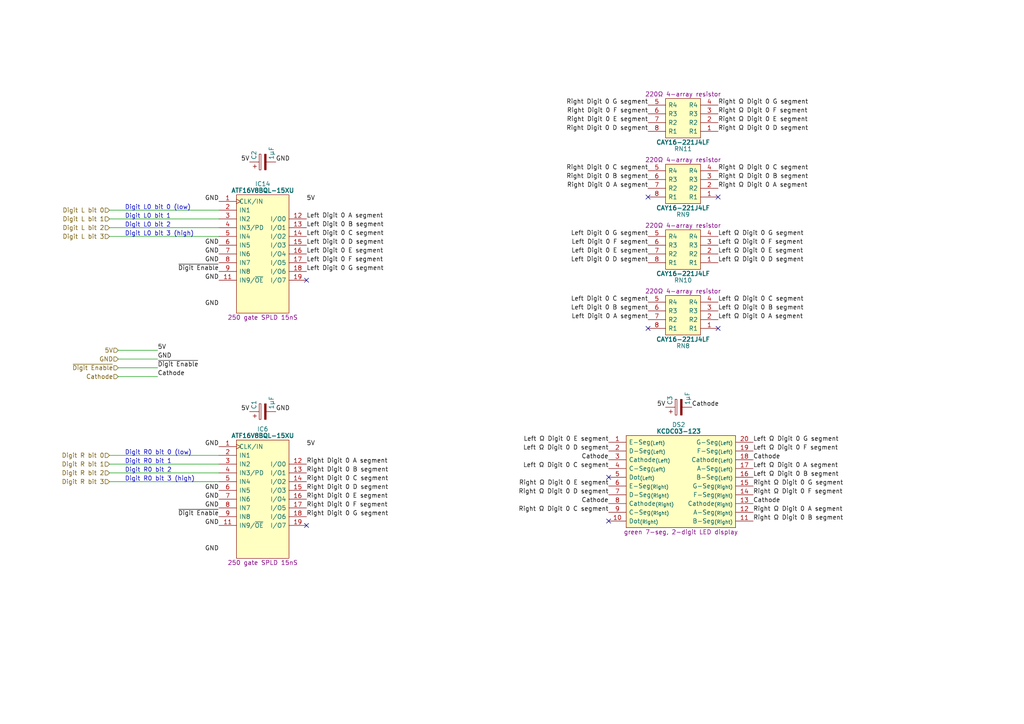
<source format=kicad_sch>
(kicad_sch (version 20250114) (generator "eeschema") (generator_version "9.0")
  (paper "A4")
  (lib_symbols
    (symbol "Bourns:CAY16-221J4LF" (pin_names (offset 0.762))
      (property "Reference" "RN" (at 10.16 5.08 0))
      (property "Value" "CAY16-221J4LF" (at 10.16 3.175 0))
      (property "Description" "220Ω 4-array resistor" (at 10.16 -10.795 0))
      (symbol "CAY16-221J4LF_0_0"
        (pin passive line (at 0 0 0) (length 5.08) (name "R1") (number "1"))
        (pin passive line (at 0 -2.54 0) (length 5.08) (name "R2") (number "2"))
        (pin passive line (at 0 -5.08 0) (length 5.08) (name "R3") (number "3"))
        (pin passive line (at 0 -7.62 0) (length 5.08) (name "R4") (number "4"))
        (pin passive line (at 20.32 0 180) (length 5.08) (name "R1") (number "8"))
        (pin passive line (at 20.32 -2.54 180) (length 5.08) (name "R2") (number "7"))
        (pin passive line (at 20.32 -5.08 180) (length 5.08) (name "R3") (number "6"))
        (pin passive line (at 20.32 -7.62 180) (length 5.08) (name "R4") (number "5"))
      )
      (symbol "CAY16-221J4LF_0_1"
        (polyline (pts (xy 5.08 1.905) (xy 15.24 1.905) (xy 15.24 -9.525) (xy 5.08 -9.525) (xy 5.08 1.905)) (stroke (width 0.1524)) (fill (type background)))
      )
    )
    (symbol "HCP65:C_Radial_D4.0mm_P2.00mm" (pin_numbers (hide yes)) (pin_names (offset 0.254))
      (property "Reference" "C" (at 0.635 2.54 0))
      (property "Value" "?μF" (at 0.635 -2.54 0))
      (symbol "C_Radial_D4.0mm_P2.00mm_0_1"
        (rectangle (start -2.286 0.508) (end 2.286 1.016))
        (polyline (pts (xy -1.778 2.286) (xy -0.762 2.286)))
        (polyline (pts (xy -1.27 2.794) (xy -1.27 1.778)))
        (rectangle (start 2.286 -0.508) (end -2.286 -1.016) (fill (type outline)))
      )
      (symbol "C_Radial_D4.0mm_P2.00mm_1_1"
        (pin passive line (at 0 3.81 270) (length 2.794) (name "~") (number "1"))
        (pin passive line (at 0 -3.81 90) (length 2.794) (name "~") (number "2"))
      )
    )
    (symbol "Kingbright:KCDC03-123" (pin_names (offset 0.762))
      (property "Reference" "DS" (at 20.32 5.08 0))
      (property "Value" "KCDC03-123" (at 20.32 3.175 0))
      (property "Description" "green 7-seg, 2-digit LED display" (at 20.955 -26.035 0))
      (symbol "KCDC03-123_0_0"
        (pin input line (at 0 0 0) (length 5.08) (name "E-Seg_{(Left)}") (number "1"))
        (pin input line (at 0 -2.54 0) (length 5.08) (name "D-Seg_{(Left)}") (number "2"))
        (pin passive line (at 0 -5.08 0) (length 5.08) (name "Cathode_{(Left)}") (number "3"))
        (pin input line (at 0 -7.62 0) (length 5.08) (name "C-Seg_{(Left)}") (number "4"))
        (pin input line (at 0 -10.16 0) (length 5.08) (name "Dot_{(Left)}") (number "5"))
        (pin input line (at 0 -12.7 0) (length 5.08) (name "E-Seg_{(Right)}") (number "6"))
        (pin input line (at 0 -15.24 0) (length 5.08) (name "D-Seg_{(Right)}") (number "7"))
        (pin passive line (at 0 -17.78 0) (length 5.08) (name "Cathode_{(Right)}") (number "8"))
        (pin input line (at 0 -20.32 0) (length 5.08) (name "C-Seg_{(Right)}") (number "9"))
        (pin input line (at 0 -22.86 0) (length 5.08) (name "Dot_{(Right)}") (number "10"))
        (pin input line (at 41.91 0 180) (length 5.08) (name "G-Seg_{(Left)}") (number "20"))
        (pin input line (at 41.91 -2.54 180) (length 5.08) (name "F-Seg_{(Left)}") (number "19"))
        (pin passive line (at 41.91 -5.08 180) (length 5.08) (name "Cathode_{(Left)}") (number "18"))
        (pin input line (at 41.91 -7.62 180) (length 5.08) (name "A-Seg_{(Left)}") (number "17"))
        (pin input line (at 41.91 -10.16 180) (length 5.08) (name "B-Seg_{(Left)}") (number "16"))
        (pin input line (at 41.91 -12.7 180) (length 5.08) (name "G-Seg_{(Right)}") (number "15"))
        (pin input line (at 41.91 -15.24 180) (length 5.08) (name "F-Seg_{(Right)}") (number "14"))
        (pin passive line (at 41.91 -17.78 180) (length 5.08) (name "Cathode_{(Right)}") (number "13"))
        (pin input line (at 41.91 -20.32 180) (length 5.08) (name "A-Seg_{(Right)}") (number "12"))
        (pin input line (at 41.91 -22.86 180) (length 5.08) (name "B-Seg_{(Right)}") (number "11"))
      )
      (symbol "KCDC03-123_0_1"
        (polyline (pts (xy 5.08 1.905) (xy 36.83 1.905) (xy 36.83 -24.765) (xy 5.08 -24.765) (xy 5.08 1.905)) (stroke (width 0.1524)) (fill (type background)))
      )
    )
    (symbol "Microchip:ATF16V8BQL-15XU" (pin_names (offset 0.762))
      (property "Reference" "IC" (at 12.7 5.08 0))
      (property "Value" "ATF16V8BQL-15XU" (at 12.7 3.175 0))
      (property "Description" "250 gate SPLD 15nS" (at 12.7 -33.655 0))
      (symbol "ATF16V8BQL-15XU_0_0"
        (pin input line (at 0 -2.54 0) (length 5.08) (name "IN1") (number "2"))
        (pin input line (at 0 -5.08 0) (length 5.08) (name "IN2") (number "3"))
        (pin input line (at 0 -7.62 0) (length 5.08) (name "IN3/PD") (number "4"))
        (pin input line (at 0 -10.16 0) (length 5.08) (name "IN4") (number "5"))
        (pin input line (at 0 -12.7 0) (length 5.08) (name "IN5") (number "6"))
        (pin input line (at 0 -15.24 0) (length 5.08) (name "IN6") (number "7"))
        (pin input line (at 0 -17.78 0) (length 5.08) (name "IN7") (number "8"))
        (pin input line (at 0 -20.32 0) (length 5.08) (name "IN8") (number "9"))
        (pin input line (at 0 -22.86 0) (length 5.08) (name "IN9/~{OE}") (number "11"))
        (pin tri_state line (at 25.4 -5.08 180) (length 5.08) (name "I/O0") (number "12"))
        (pin tri_state line (at 25.4 -7.62 180) (length 5.08) (name "I/O1") (number "13"))
        (pin tri_state line (at 25.4 -10.16 180) (length 5.08) (name "I/O2") (number "14"))
        (pin tri_state line (at 25.4 -12.7 180) (length 5.08) (name "I/O3") (number "15"))
        (pin tri_state line (at 25.4 -15.24 180) (length 5.08) (name "I/O4") (number "16"))
        (pin tri_state line (at 25.4 -17.78 180) (length 5.08) (name "I/O5") (number "17"))
        (pin tri_state line (at 25.4 -20.32 180) (length 5.08) (name "I/O6") (number "18"))
        (pin tri_state line (at 25.4 -22.86 180) (length 5.08) (name "I/O7") (number "19"))
      )
      (symbol "ATF16V8BQL-15XU_0_1"
        (polyline (pts (xy 5.08 1.905) (xy 20.32 1.905) (xy 20.32 -32.385) (xy 5.08 -32.385) (xy 5.08 1.905)) (stroke (width 0.1524)) (fill (type background)))
      )
      (symbol "ATF16V8BQL-15XU_1_0"
        (pin input clock (at 0 0 0) (length 5.08) (name "CLK/IN") (number "1"))
        (pin passive line (at 0 -30.48 0) (length 5.08) (hide yes) (name "GND") (number "10"))
        (pin passive line (at 25.4 0 180) (length 5.08) (hide yes) (name "5V") (number "20"))
      )
    )
  )
  (text "Digit R0 bit 0 (low)" (at 36.195 132.08 0) (effects (font (size 1.27 1.27)) (justify left bottom)))
  (text "Digit R0 bit 3 (high)" (at 36.195 139.7 0) (effects (font (size 1.27 1.27)) (justify left bottom)))
  (text "Digit R0 bit 2\n" (at 36.195 137.16 0) (effects (font (size 1.27 1.27)) (justify left bottom)))
  (text "Digit L0 bit 0 (low)" (at 36.195 60.96 0) (effects (font (size 1.27 1.27)) (justify left bottom)))
  (text "Digit L0 bit 2" (at 36.195 66.04 0) (effects (font (size 1.27 1.27)) (justify left bottom)))
  (text "Digit R0 bit 1" (at 36.195 134.62 0) (effects (font (size 1.27 1.27)) (justify left bottom)))
  (text "Digit L0 bit 3 (high)" (at 36.195 68.58 0) (effects (font (size 1.27 1.27)) (justify left bottom)))
  (text "Digit L0 bit 1" (at 36.195 63.5 0) (effects (font (size 1.27 1.27)) (justify left bottom)))
  (no_connect (at 88.9 152.4))
  (no_connect (at 208.28 57.15))
  (no_connect (at 88.9 81.28))
  (no_connect (at 176.53 138.43))
  (no_connect (at 208.28 95.25))
  (no_connect (at 176.53 151.13))
  (no_connect (at 187.96 57.15))
  (no_connect (at 187.96 95.25))
  (wire (pts (xy 31.75 132.08) (xy 63.5 132.08)))
  (wire (pts (xy 34.29 104.14) (xy 45.72 104.14)))
  (wire (pts (xy 34.29 109.22) (xy 45.72 109.22)))
  (wire (pts (xy 34.29 101.6) (xy 45.72 101.6)))
  (wire (pts (xy 34.29 106.68) (xy 45.72 106.68)))
  (wire (pts (xy 31.75 134.62) (xy 63.5 134.62)))
  (wire (pts (xy 31.75 137.16) (xy 63.5 137.16)))
  (wire (pts (xy 31.75 66.04) (xy 63.5 66.04)))
  (wire (pts (xy 31.75 139.7) (xy 63.5 139.7)))
  (wire (pts (xy 31.75 68.58) (xy 63.5 68.58)))
  (wire (pts (xy 31.75 63.5) (xy 63.5 63.5)))
  (wire (pts (xy 31.75 60.96) (xy 63.5 60.96)))
  (label "5V" (at 88.9 129.54 0))
  (label "GND" (at 63.5 160.02 180))
  (label "GND" (at 63.5 76.2 180))
  (label "GND" (at 63.5 81.28 180))
  (label "Left Ω Digit 0 D segment" (at 176.53 130.81 180))
  (label "GND" (at 63.5 142.24 180))
  (label "Left Digit 0 C segment" (at 88.9 68.58 0))
  (label "Left Digit 0 F segment" (at 187.96 71.12 180))
  (label "Right Ω Digit 0 B segment" (at 208.28 52.07 0))
  (label "Left Ω Digit 0 E segment" (at 208.28 73.66 0))
  (label "Right Digit 0 A segment" (at 187.96 54.61 180))
  (label "Right Digit 0 A segment" (at 88.9 134.62 0))
  (label "Right Digit 0 B segment" (at 187.96 52.07 180))
  (label "Left Ω Digit 0 C segment" (at 176.53 135.89 180))
  (label "Left Ω Digit 0 G segment" (at 208.28 68.58 0))
  (label "Cathode" (at 176.53 146.05 180))
  (label "Left Ω Digit 0 D segment" (at 208.28 76.2 0))
  (label "Left Digit 0 E segment" (at 88.9 73.66 0))
  (label "Cathode" (at 200.66 118.11 0))
  (label "Right Digit 0 F segment" (at 187.96 33.02 180))
  (label "Left Digit 0 D segment" (at 187.96 76.2 180))
  (label "5V" (at 193.04 118.11 180))
  (label "Left Ω Digit 0 A segment" (at 218.44 135.89 0))
  (label "GND" (at 63.5 73.66 180))
  (label "Left Digit 0 B segment" (at 187.96 90.17 180))
  (label "Right Digit 0 D segment" (at 187.96 38.1 180))
  (label "5V" (at 45.72 101.6 0))
  (label "GND" (at 80.01 46.99 0))
  (label "~{Digit Enable}" (at 63.5 78.74 180))
  (label "Right Ω Digit 0 G segment" (at 208.28 30.48 0))
  (label "Cathode" (at 176.53 133.35 180))
  (label "Right Ω Digit 0 F segment" (at 218.44 143.51 0))
  (label "Left Digit 0 G segment" (at 88.9 78.74 0))
  (label "Left Ω Digit 0 A segment" (at 208.28 92.71 0))
  (label "GND" (at 63.5 147.32 180))
  (label "Right Digit 0 B segment" (at 88.9 137.16 0))
  (label "Left Digit 0 E segment" (at 187.96 73.66 180))
  (label "Left Digit 0 A segment" (at 88.9 63.5 0))
  (label "Right Digit 0 E segment" (at 88.9 144.78 0))
  (label "Right Ω Digit 0 E segment" (at 176.53 140.97 180))
  (label "Left Digit 0 D segment" (at 88.9 71.12 0))
  (label "GND" (at 63.5 152.4 180))
  (label "Right Digit 0 C segment" (at 187.96 49.53 180))
  (label "Left Digit 0 F segment" (at 88.9 76.2 0))
  (label "Left Digit 0 C segment" (at 187.96 87.63 180))
  (label "Right Ω Digit 0 G segment" (at 218.44 140.97 0))
  (label "GND" (at 80.01 119.38 0))
  (label "Cathode" (at 45.72 109.22 0))
  (label "Left Digit 0 B segment" (at 88.9 66.04 0))
  (label "Cathode" (at 218.44 133.35 0))
  (label "GND" (at 63.5 71.12 180))
  (label "~{Digit Enable}" (at 63.5 149.86 180))
  (label "Cathode" (at 218.44 146.05 0))
  (label "5V" (at 72.39 119.38 180))
  (label "GND" (at 63.5 129.54 180))
  (label "Right Ω Digit 0 E segment" (at 208.28 35.56 0))
  (label "5V" (at 88.9 58.42 0))
  (label "Left Ω Digit 0 B segment" (at 218.44 138.43 0))
  (label "~{Digit Enable}" (at 45.72 106.68 0))
  (label "Right Digit 0 G segment" (at 187.96 30.48 180))
  (label "Right Digit 0 E segment" (at 187.96 35.56 180))
  (label "Right Ω Digit 0 B segment" (at 218.44 151.13 0))
  (label "Right Digit 0 D segment" (at 88.9 142.24 0))
  (label "Left Ω Digit 0 C segment" (at 208.28 87.63 0))
  (label "GND" (at 63.5 88.9 180))
  (label "Right Ω Digit 0 A segment" (at 208.28 54.61 0))
  (label "Right Digit 0 F segment" (at 88.9 147.32 0))
  (label "Left Ω Digit 0 F segment" (at 218.44 130.81 0))
  (label "Right Ω Digit 0 D segment" (at 208.28 38.1 0))
  (label "Left Ω Digit 0 E segment" (at 176.53 128.27 180))
  (label "Right Digit 0 G segment" (at 88.9 149.86 0))
  (label "5V" (at 72.39 46.99 180))
  (label "GND" (at 63.5 58.42 180))
  (label "Right Ω Digit 0 C segment" (at 208.28 49.53 0))
  (label "Right Ω Digit 0 C segment" (at 176.53 148.59 180))
  (label "Left Ω Digit 0 B segment" (at 208.28 90.17 0))
  (label "GND" (at 45.72 104.14 0))
  (label "Left Ω Digit 0 F segment" (at 208.28 71.12 0))
  (label "Right Digit 0 C segment" (at 88.9 139.7 0))
  (label "GND" (at 63.5 144.78 180))
  (label "Left Ω Digit 0 G segment" (at 218.44 128.27 0))
  (label "Right Ω Digit 0 F segment" (at 208.28 33.02 0))
  (label "Left Digit 0 A segment" (at 187.96 92.71 180))
  (label "Left Digit 0 G segment" (at 187.96 68.58 180))
  (label "Right Ω Digit 0 A segment" (at 218.44 148.59 0))
  (label "Right Ω Digit 0 D segment" (at 176.53 143.51 180))
  (hierarchical_label "~{Digit Enable}" (shape input) (at 34.29 106.68 180))
  (hierarchical_label "Digit L bit 3" (shape input) (at 31.75 68.58 180))
  (hierarchical_label "5V" (shape input) (at 34.29 101.6 180))
  (hierarchical_label "Digit L bit 2" (shape input) (at 31.75 66.04 180))
  (hierarchical_label "Digit R bit 2" (shape input) (at 31.75 137.16 180))
  (hierarchical_label "GND" (shape input) (at 34.29 104.14 180))
  (hierarchical_label "Digit R bit 0" (shape input) (at 31.75 132.08 180))
  (hierarchical_label "Digit L bit 1" (shape input) (at 31.75 63.5 180))
  (hierarchical_label "Digit L bit 0" (shape input) (at 31.75 60.96 180))
  (hierarchical_label "Digit R bit 3" (shape input) (at 31.75 139.7 180))
  (hierarchical_label "Cathode" (shape input) (at 34.29 109.22 180))
  (hierarchical_label "Digit R bit 1" (shape input) (at 31.75 134.62 180))
  (symbol (lib_id "Bourns:CAY16-221J4LF") (at 208.28 95.25 180) (unit 1)
    (property "Reference" "RN8" (at 198.12 100.33 0))
    (property "Value" "CAY16-221J4LF" (at 198.12 98.425 0) (effects (font (bold yes))))
    (property "Footprint" "SamacSys_Parts:CAY16-F4" (effects (hide yes)))
    (property "Datasheet" "https://www.bourns.com/docs/Product-Datasheets/CATCAY.pdf" (effects (hide yes)))
    (property "Description" "220Ω 4-array resistor" (at 198.12 84.455 0))
    (property "Height" "0.6" (effects (hide yes)))
    (property "Manufacturer_Name" "Bourns" (effects (hide yes)))
    (property "Manufacturer_Part_Number" "CAY16-221J4LF" (effects (hide yes)))
    (property "Mouser Part Number" "652-CAY16-221J4LF" (effects (hide yes)))
    (property "Mouser Price/Stock" "https://www.mouser.co.uk/ProductDetail/Bourns/CAY16-221J4LF?qs=BKfsZh40Pd9sAo64tUrb9Q%3D%3D" (effects (hide yes)))
    (property "Arrow Part Number" "CAY16-221J4LF" (effects (hide yes)))
    (property "Arrow Price/Stock" "https://www.arrow.com/en/products/cay16-221j4lf/bourns?region=nac" (effects (hide yes)))
    (property "Silkscreen" "220Ω" (effects (hide yes)))
    (property "Garbage" "Bourns CAY16 Series 220 +/-5% Isolated SMT Resistor Array, 4 Resistors, 0.25W total 1206 (3216M) package Convex" (effects (hide yes)))
  )
  (symbol (lib_id "Bourns:CAY16-221J4LF") (at 208.28 38.1 180) (unit 1)
    (property "Reference" "RN11" (at 198.12 43.18 0))
    (property "Value" "CAY16-221J4LF" (at 198.12 41.275 0) (effects (font (bold yes))))
    (property "Footprint" "SamacSys_Parts:CAY16-F4" (effects (hide yes)))
    (property "Datasheet" "https://www.bourns.com/docs/Product-Datasheets/CATCAY.pdf" (effects (hide yes)))
    (property "Description" "220Ω 4-array resistor" (at 198.12 27.305 0))
    (property "Height" "0.6" (effects (hide yes)))
    (property "Manufacturer_Name" "Bourns" (effects (hide yes)))
    (property "Manufacturer_Part_Number" "CAY16-221J4LF" (effects (hide yes)))
    (property "Mouser Part Number" "652-CAY16-221J4LF" (effects (hide yes)))
    (property "Mouser Price/Stock" "https://www.mouser.co.uk/ProductDetail/Bourns/CAY16-221J4LF?qs=BKfsZh40Pd9sAo64tUrb9Q%3D%3D" (effects (hide yes)))
    (property "Arrow Part Number" "CAY16-221J4LF" (effects (hide yes)))
    (property "Arrow Price/Stock" "https://www.arrow.com/en/products/cay16-221j4lf/bourns?region=nac" (effects (hide yes)))
    (property "Silkscreen" "220Ω" (effects (hide yes)))
    (property "Garbage" "Bourns CAY16 Series 220 +/-5% Isolated SMT Resistor Array, 4 Resistors, 0.25W total 1206 (3216M) package Convex" (effects (hide yes)))
  )
  (symbol (lib_id "Bourns:CAY16-221J4LF") (at 208.28 57.15 180) (unit 1)
    (property "Reference" "RN9" (at 198.12 62.23 0))
    (property "Value" "CAY16-221J4LF" (at 198.12 60.325 0) (effects (font (bold yes))))
    (property "Footprint" "SamacSys_Parts:CAY16-F4" (effects (hide yes)))
    (property "Datasheet" "https://www.bourns.com/docs/Product-Datasheets/CATCAY.pdf" (effects (hide yes)))
    (property "Description" "220Ω 4-array resistor" (at 198.12 46.355 0))
    (property "Height" "0.6" (effects (hide yes)))
    (property "Manufacturer_Name" "Bourns" (effects (hide yes)))
    (property "Manufacturer_Part_Number" "CAY16-221J4LF" (effects (hide yes)))
    (property "Mouser Part Number" "652-CAY16-221J4LF" (effects (hide yes)))
    (property "Mouser Price/Stock" "https://www.mouser.co.uk/ProductDetail/Bourns/CAY16-221J4LF?qs=BKfsZh40Pd9sAo64tUrb9Q%3D%3D" (effects (hide yes)))
    (property "Arrow Part Number" "CAY16-221J4LF" (effects (hide yes)))
    (property "Arrow Price/Stock" "https://www.arrow.com/en/products/cay16-221j4lf/bourns?region=nac" (effects (hide yes)))
    (property "Silkscreen" "220Ω" (effects (hide yes)))
    (property "Garbage" "Bourns CAY16 Series 220 +/-5% Isolated SMT Resistor Array, 4 Resistors, 0.25W total 1206 (3216M) package Convex" (effects (hide yes)))
  )
  (symbol (lib_id "HCP65:C_Radial_D4.0mm_P2.00mm") (at 76.2 46.99 90) (unit 1)
    (property "Reference" "C2" (at 73.66 46.355 0) (effects (justify left)))
    (property "Value" "1μF" (at 78.74 46.355 0) (effects (justify left)))
    (property "Footprint" "SamacSys_Parts:CP_Radial_D4.0mm_P2.00mm" (effects (hide yes)))
  )
  (symbol (lib_id "Bourns:CAY16-221J4LF") (at 208.28 76.2 180) (unit 1)
    (property "Reference" "RN10" (at 198.12 81.28 0))
    (property "Value" "CAY16-221J4LF" (at 198.12 79.375 0) (effects (font (bold yes))))
    (property "Footprint" "SamacSys_Parts:CAY16-F4" (effects (hide yes)))
    (property "Datasheet" "https://www.bourns.com/docs/Product-Datasheets/CATCAY.pdf" (effects (hide yes)))
    (property "Description" "220Ω 4-array resistor" (at 198.12 65.405 0))
    (property "Height" "0.6" (effects (hide yes)))
    (property "Manufacturer_Name" "Bourns" (effects (hide yes)))
    (property "Manufacturer_Part_Number" "CAY16-221J4LF" (effects (hide yes)))
    (property "Mouser Part Number" "652-CAY16-221J4LF" (effects (hide yes)))
    (property "Mouser Price/Stock" "https://www.mouser.co.uk/ProductDetail/Bourns/CAY16-221J4LF?qs=BKfsZh40Pd9sAo64tUrb9Q%3D%3D" (effects (hide yes)))
    (property "Arrow Part Number" "CAY16-221J4LF" (effects (hide yes)))
    (property "Arrow Price/Stock" "https://www.arrow.com/en/products/cay16-221j4lf/bourns?region=nac" (effects (hide yes)))
    (property "Silkscreen" "220Ω" (effects (hide yes)))
    (property "Garbage" "Bourns CAY16 Series 220 +/-5% Isolated SMT Resistor Array, 4 Resistors, 0.25W total 1206 (3216M) package Convex" (effects (hide yes)))
  )
  (symbol (lib_id "Microchip:ATF16V8BQL-15XU") (at 63.5 129.54 0) (unit 1)
    (property "Reference" "IC6" (at 76.2 124.46 0))
    (property "Value" "ATF16V8BQL-15XU" (at 76.2 126.365 0) (effects (font (thickness 0.254) (bold yes))))
    (property "Footprint" "SamacSys_Parts:DIP-20_W15.24mm_Socket" (effects (hide yes)))
    (property "Datasheet" "http://www.microchip.com/mymicrochip/filehandler.aspx?ddocname=en589395" (effects (hide yes)))
    (property "Description" "250 gate SPLD 15nS" (at 76.2 163.195 0))
    (property "Height" "1.2" (effects (hide yes)))
    (property "Manufacturer_Name" "Microchip" (effects (hide yes)))
    (property "Manufacturer_Part_Number" "ATF16V8BQL-15XU" (effects (hide yes)))
    (property "Mouser Part Number" "556-AF16V8BQL15XU" (effects (hide yes)))
    (property "Mouser Price/Stock" "https://www.mouser.co.uk/ProductDetail/Microchip-Technology/ATF16V8BQL-15XU?qs=2nyfZ6BV3ojQExtk%2F%2FdRRA%3D%3D" (effects (hide yes)))
    (property "Silkscreen" "ATF16V8" (effects (hide yes)))
  )
  (symbol (lib_id "Kingbright:KCDC03-123") (at 176.53 128.27 0) (unit 1)
    (property "Reference" "DS2" (at 196.85 123.19 0))
    (property "Value" "KCDC03-123" (at 196.85 125.095 0) (effects (font (bold yes))))
    (property "Footprint" "SamacSys_Parts:KCDC03123" (effects (hide yes)))
    (property "Datasheet" "http://www.kingbright.com/attachments/file/psearch/000/00/20160808bak/KCDC03-123(Ver.10A).pdf" (effects (hide yes)))
    (property "Description" "green 7-seg, 2-digit LED display" (at 197.485 154.305 0))
    (property "Height" "4.1" (effects (hide yes)))
    (property "Manufacturer_Name" "Kingbright" (effects (hide yes)))
    (property "Manufacturer_Part_Number" "KCDC03-123" (effects (hide yes)))
    (property "Mouser Part Number" "N/A" (effects (hide yes)))
    (property "Mouser Price/Stock" "http://www.mouser.com/Search/ProductDetail.aspx?qs=2JU0tDl2GZ3i3Ngnh7RV3w%3d%3d" (effects (hide yes)))
    (property "Silkscreen" "KCDC03-123" (effects (hide yes)))
  )
  (symbol (lib_id "HCP65:C_Radial_D4.0mm_P2.00mm") (at 76.2 119.38 90) (unit 1)
    (property "Reference" "C1" (at 73.66 118.745 0) (effects (justify left)))
    (property "Value" "1μF" (at 78.74 118.745 0) (effects (justify left)))
    (property "Footprint" "SamacSys_Parts:CP_Radial_D4.0mm_P2.00mm" (effects (hide yes)))
  )
  (symbol (lib_id "HCP65:C_Radial_D4.0mm_P2.00mm") (at 196.85 118.11 90) (unit 1)
    (property "Reference" "C3" (at 194.31 117.475 0) (effects (justify left)))
    (property "Value" "1μF" (at 199.39 117.475 0) (effects (justify left)))
    (property "Footprint" "SamacSys_Parts:CP_Radial_D4.0mm_P2.00mm" (effects (hide yes)))
  )
  (symbol (lib_id "Microchip:ATF16V8BQL-15XU") (at 63.5 58.42 0) (unit 1)
    (property "Reference" "IC14" (at 76.2 53.34 0))
    (property "Value" "ATF16V8BQL-15XU" (at 76.2 55.245 0) (effects (font (thickness 0.254) (bold yes))))
    (property "Footprint" "SamacSys_Parts:DIP-20_W15.24mm_Socket" (effects (hide yes)))
    (property "Datasheet" "http://www.microchip.com/mymicrochip/filehandler.aspx?ddocname=en589395" (effects (hide yes)))
    (property "Description" "250 gate SPLD 15nS" (at 76.2 92.075 0))
    (property "Height" "1.2" (effects (hide yes)))
    (property "Manufacturer_Name" "Microchip" (effects (hide yes)))
    (property "Manufacturer_Part_Number" "ATF16V8BQL-15XU" (effects (hide yes)))
    (property "Mouser Part Number" "556-AF16V8BQL15XU" (effects (hide yes)))
    (property "Mouser Price/Stock" "https://www.mouser.co.uk/ProductDetail/Microchip-Technology/ATF16V8BQL-15XU?qs=2nyfZ6BV3ojQExtk%2F%2FdRRA%3D%3D" (effects (hide yes)))
    (property "Silkscreen" "ATF16V8" (effects (hide yes)))
  )
)
</source>
